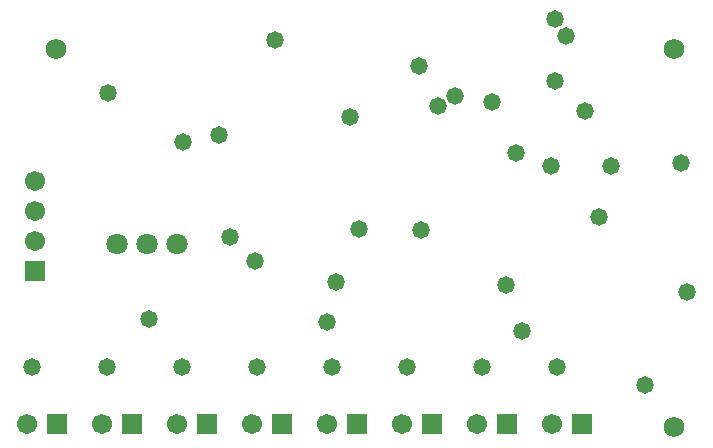
<source format=gbs>
G04 Layer_Color=16711935*
%FSLAX23Y23*%
%MOIN*%
G70*
G01*
G75*
%ADD49C,0.071*%
%ADD50C,0.068*%
%ADD51C,0.067*%
%ADD52R,0.067X0.067*%
%ADD53R,0.067X0.067*%
%ADD54C,0.058*%
D49*
X1585Y1760D02*
D03*
X1485D02*
D03*
X1385D02*
D03*
D50*
X3240Y1150D02*
D03*
Y2410D02*
D03*
X1180D02*
D03*
D51*
X1110Y1970D02*
D03*
Y1870D02*
D03*
Y1770D02*
D03*
X2835Y1160D02*
D03*
X2585D02*
D03*
X2335D02*
D03*
X2085D02*
D03*
X1835D02*
D03*
X1585D02*
D03*
X1335D02*
D03*
X1085D02*
D03*
D52*
X1110Y1670D02*
D03*
D53*
X2935Y1160D02*
D03*
X2685D02*
D03*
X2435D02*
D03*
X2185D02*
D03*
X1935D02*
D03*
X1685D02*
D03*
X1435D02*
D03*
X1185D02*
D03*
D54*
X3030Y2020D02*
D03*
X2510Y2255D02*
D03*
X2635Y2235D02*
D03*
X2190Y1810D02*
D03*
X2735Y1470D02*
D03*
X2850Y1350D02*
D03*
X2100D02*
D03*
X1350D02*
D03*
X2115Y1635D02*
D03*
X2399Y1806D02*
D03*
X3285Y1600D02*
D03*
X3145Y1290D02*
D03*
X2833Y2022D02*
D03*
X3265Y2030D02*
D03*
X2715Y2065D02*
D03*
X2390Y2355D02*
D03*
X1912Y2442D02*
D03*
X1725Y2125D02*
D03*
X1845Y1705D02*
D03*
X1355Y2265D02*
D03*
X1490Y1512D02*
D03*
X2600Y1350D02*
D03*
X2350D02*
D03*
X1850D02*
D03*
X1600D02*
D03*
X1100D02*
D03*
X2990Y1850D02*
D03*
X1605Y2100D02*
D03*
X1760Y1785D02*
D03*
X2085Y1500D02*
D03*
X2680Y1625D02*
D03*
X2160Y2185D02*
D03*
X2455Y2220D02*
D03*
X2880Y2455D02*
D03*
X2845Y2510D02*
D03*
X2945Y2205D02*
D03*
X2845Y2305D02*
D03*
M02*

</source>
